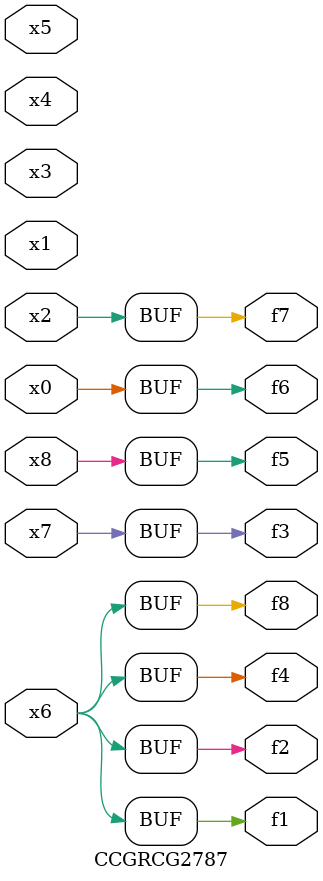
<source format=v>
module CCGRCG2787(
	input x0, x1, x2, x3, x4, x5, x6, x7, x8,
	output f1, f2, f3, f4, f5, f6, f7, f8
);
	assign f1 = x6;
	assign f2 = x6;
	assign f3 = x7;
	assign f4 = x6;
	assign f5 = x8;
	assign f6 = x0;
	assign f7 = x2;
	assign f8 = x6;
endmodule

</source>
